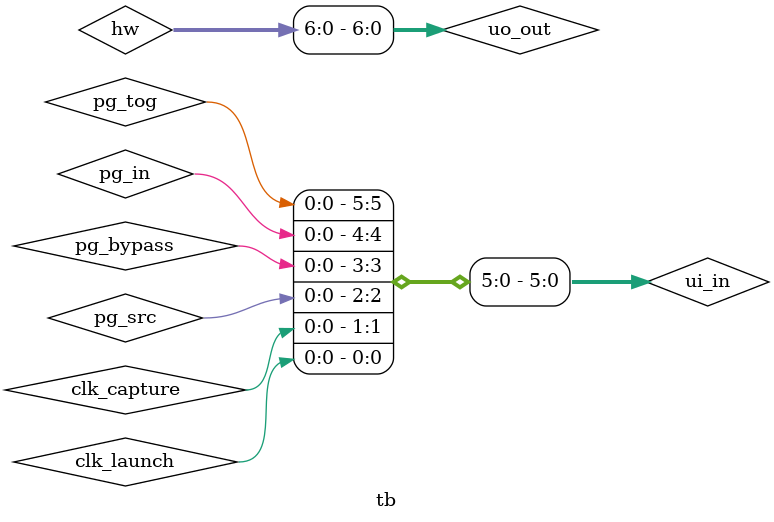
<source format=v>
`default_nettype none `timescale 1ns / 1ps

module tb ();

  // Dump the signals to a VCD file. You can view it with gtkwave.
  initial begin
    `ifdef GL_TEST
        $sdf_annotate("../runs/wokwi/results/final/sdf/tt_um_hsc_tdc.sdf", tdc_inst) ;
    `endif
    $dumpfile("tb.vcd");
    $dumpvars(0, tb);
    #1;
  end

  reg
    clk_capture,
    clk_launch;

  reg
    pg_in,      // Direct TDC input
    pg_tog,     // Free-running TDC toggle input
    pg_src,     // Input select
    pg_bypass;  // Input sync register bypass

  reg [6:0]
    hw;

  // TT I/O to design
  reg 
    clk, // unused
    rst_n,
    ena;
  reg [7:0] 
    ui_in,
    uio_in;
  wire [7:0] 
    uo_out,
    uio_out,
    uio_oe;

    // Free-run toggle, will be driven from FPGA/test instrument
    always@(posedge clk_launch)
        if(!rst_n)
            pg_tog <= 1'b0;
        else
            pg_tog <= ~pg_tog;

    // Rename TT I/O
    always@(*) begin
        ui_in[0] = clk_launch;
        ui_in[1] = clk_capture;
        ui_in[2] = pg_src;
        ui_in[3] = pg_bypass;
        ui_in[4] = pg_in;
        ui_in[5] = pg_tog;
        hw = uo_out[6:0];
    end

    tt_um_hsc_tdc tdc_inst (
        // Include power ports for the Gate Level test:
        `ifdef GL_TEST
            .VPWR(1'b1),
            .VGND(1'b0),
        `endif
        .ui_in  (ui_in),
        .uo_out (uo_out),
        .uio_in (uio_in),
        .uio_out(uio_out),
        .uio_oe (uio_oe),
        .ena    (ena),
        .clk    (clk),
        .rst_n  (rst_n)
    );

endmodule

</source>
